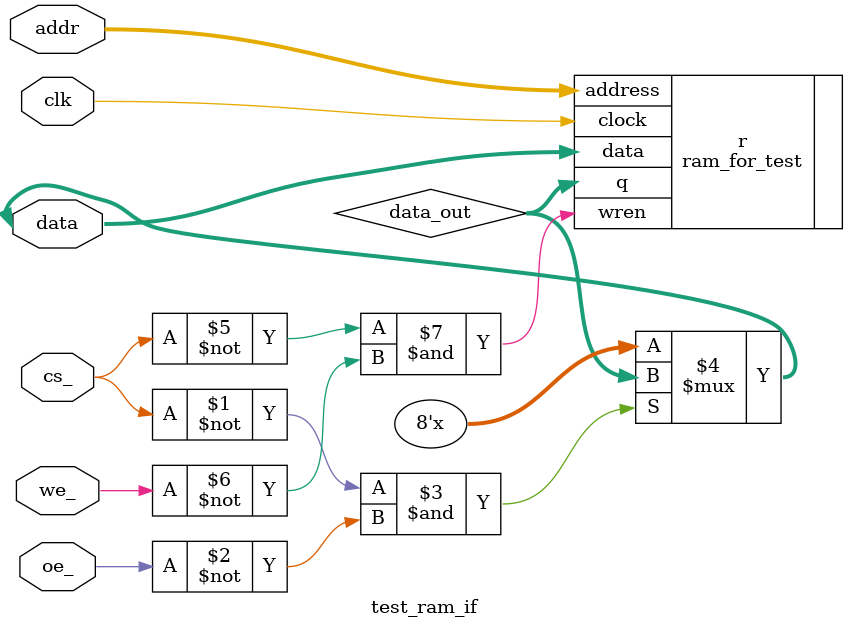
<source format=v>
/* Copyright (C) 2015-2016 by John Cronin
 *
 * Permission is hereby granted, free of charge, to any person obtaining a copy
 * of this software and associated documentation files (the "Software"), to deal
 * in the Software without restriction, including without limitation the rights
 * to use, copy, modify, merge, publish, distribute, sublicense, and/or sell
 * copies of the Software, and to permit persons to whom the Software is
 * furnished to do so, subject to the following conditions:

 * The above copyright notice and this permission notice shall be included in
 * all copies or substantial portions of the Software.

 * THE SOFTWARE IS PROVIDED "AS IS", WITHOUT WARRANTY OF ANY KIND, EXPRESS OR
 * IMPLIED, INCLUDING BUT NOT LIMITED TO THE WARRANTIES OF MERCHANTABILITY,
 * FITNESS FOR A PARTICULAR PURPOSE AND NONINFRINGEMENT. IN NO EVENT SHALL THE
 * AUTHORS OR COPYRIGHT HOLDERS BE LIABLE FOR ANY CLAIM, DAMAGES OR OTHER
 * LIABILITY, WHETHER IN AN ACTION OF CONTRACT, TORT OR OTHERWISE, ARISING FROM,
 * OUT OF OR IN CONNECTION WITH THE SOFTWARE OR THE USE OR OTHER DEALINGS IN
 * THE SOFTWARE.
 */
 
// Modelsim-ASE requires a timescale directive
`timescale 1 ps / 1 ps

module soc(inclk, rst_, addr, data, dbg, cs1_, cs2_, oe_, we_, uart_TxD, vga_r, vga_g, vga_b, vga_hs, vga_vs, spi_ncs, spi_sclk, spi_mosi, spi_miso);
	parameter DEBUG_MAX_PIN = 7;
	input inclk;
	input rst_;
	inout [7:0] data;
	output [31:0] addr;
	output [DEBUG_MAX_PIN:0] dbg;
	output we_;
	output cs1_;
	output cs2_;
	output oe_;
	output uart_TxD;
	output vga_r;
	output vga_g;
	output vga_b;
	output vga_hs;
	output vga_vs;
	output [7:0] spi_ncs;
	output spi_sclk;
	output spi_mosi;
	input spi_miso;



wire cs_;
wire cs0_;
wire cs3_;
wire cs4_;
wire cs5_;
wire cs6_;
wire cs7_;
wire [7:0] rom_data;

/* clock divider - for testing */
wire clk;	
assign clk = inclk;
//test_pll pll(.inclk0(inclk), .c0(clk));


/* Debounce reset switch */
wire new_rst_;
debounce d_rst(.clk(clk), .PB(rst_), .PB_state(new_rst_));

// connect together all modules into a single design
// cpu core
wire [31:0] cpudbg;
assign dbg = cpudbg[DEBUG_MAX_PIN:0];
wire cpu_int;
wire cpu_int_ack;
wire [31:0] irpts;
cpu c(.clk(clk), .rst_(new_rst_), .data(data), .addr(addr), .dbg(cpudbg), .cs_(cs_), .oe_(oe_), .we_(we_), .cpu_int(cpu_int), .cpu_int_ack(cpu_int_ack));



// interprets upper parts of address to discrete active low chip select signals
cselect cs(.addr(addr), .cs_(cs_), .cs0(cs0_), .cs1(cs1_), .cs2(cs2_), .cs3(cs3_), .cs4(cs4_), .cs5(cs5_), .cs6(cs6_), .cs7(cs7_));

// Altera ROM including firmware - starts at offset 0x0.  ROM output is not tristated, so a separate
//  rom_tristate module does this for us
rom r(.clock(clk), .address(addr[11:0]), .q(rom_data), .data(data), .wren(~cs0_ & ~we_));
rom_tristate r_ts(.cs_(cs0_), .oe_(oe_), .data_in(rom_data), .data_out(data));

// UART at 12MiB
uart_mmio #(2604) uart(.clk(clk), .rst_(new_rst_), .data(data), .addr(addr[7:0]), .cs_(cs3_), .oe_(oe_), .we_(we_), .TxD(uart_TxD));

// VGA at 16MiB
vga vga(.clk(clk), .data(data), .addr(addr[11:0]), .cs_(cs4_), .oe_(oe_), .we_(we_), .r(vga_r), .g(vga_g), .b(vga_b), .hs(vga_hs), .vs(vga_vs));

// SPI at 20MiB
spi spi(.clk(clk), .data(data), .rst_(new_rst_), .addr(addr[7:0]), .cs_(cs5_), .oe_(oe_), .we_(we_), .spi_ncs(spi_ncs), .spi_mosi(spi_mosi), .spi_miso(spi_miso), .spi_sclk(spi_sclk));

// Timer at 24 MiB
timer timer(.clk(clk), .data(data), .rst_(new_rst_), .addr(addr[7:0]), .cs_(cs6_), .oe_(oe_), .we_(we_), .interrupt(irpts[0]));

// interrupt controller at 28 MiB
irq_ctrl irq(.clk(clk), .rst_(new_rst_), .data(data), .addr(addr[7:0]), .cs_(cs7_), .oe_(oe_), .we_(we_), .irpts(irpts), .cpu_int(cpu_int), .cpu_int_ack(cpu_int_ack));

endmodule


// Testbench for use in ModelSim
module soc_tb;

reg inclk;
reg rst_;

wire [31:0] addr;
wire [7:0] data;
wire cs_1;
wire cs_2;
wire oe_;
wire we_;
wire clk;
reg spi_miso;

test_ram_if r1(.clk(inclk), .addr(addr[18:0]), .data(data), .cs_(cs_1), .oe_(oe_), .we_(we_));
test_ram_if r2(.clk(inclk), .addr(addr[18:0]), .data(data), .cs_(cs_2), .oe_(oe_), .we_(we_));

soc s(.inclk(inclk), .rst_(rst_), .addr(addr), .data(data), .cs1_(cs_1), .cs2_(cs_2), .oe_(oe_), .we_(we_), .spi_miso(spi_miso));

initial
begin
	inclk <= 0;
	rst_ <= 1;
	spi_miso <= 1;
	
	#5 rst_ <= 0;
	#2 rst_ <= 1;
end

always #1 inclk <= ~inclk;

endmodule

module test_ram_if(clk, addr, data, cs_, oe_, we_);
	input clk;
	input [18:0] addr;
	inout [7:0] data;
	input cs_;
	input oe_;
	input we_;
	
wire [7:0] data_out;
assign data = (~cs_ & ~oe_) ? data_out : 8'bzzzzzzzz;
	
ram_for_test r(.clock(clk), .address(addr), .data(data), .wren(~cs_ & ~we_), .q(data_out));

endmodule


</source>
